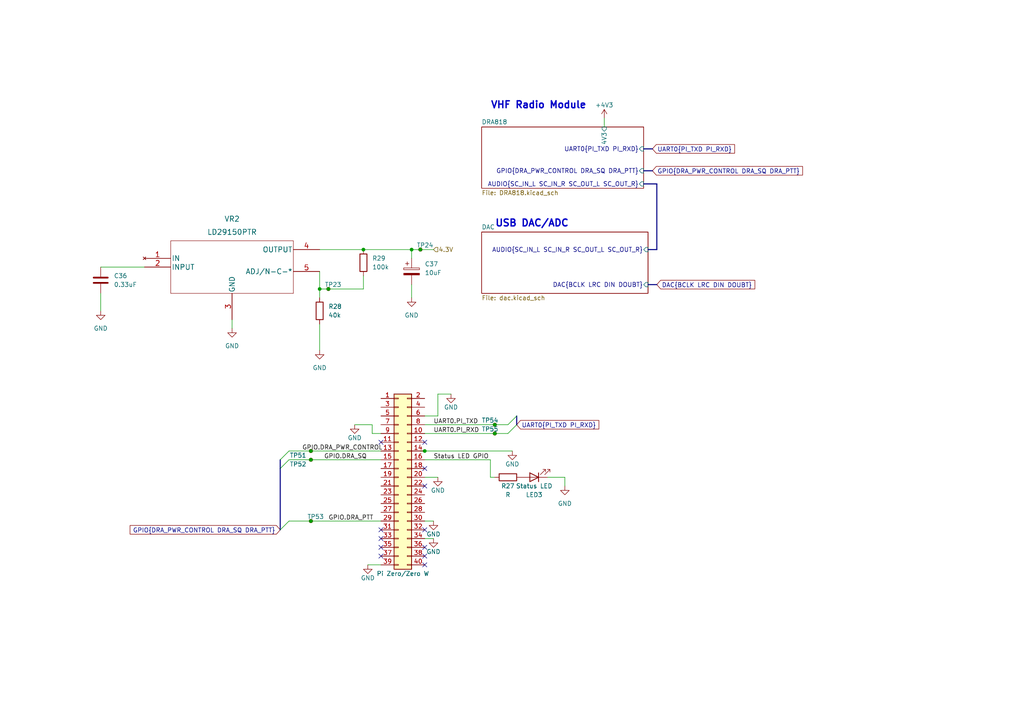
<source format=kicad_sch>
(kicad_sch (version 20211123) (generator eeschema)
  (paper "A4")
  (lib_symbols
    (symbol "Connector:TestPoint_Small" (pin_numbers hide) (pin_names (offset 0.762) hide)
      (property "Reference" "TP" (at 0 3.81 0))
      (property "Value" "TestPoint_Small" (at 0 2.032 0))
      (symbol "TestPoint_Small_0_1"
        (circle (center 0 0) (radius 0.508))
      )
      (symbol "TestPoint_Small_1_1"
        (pin passive line (at 0 0 90) (length 0) (name "1") (number "1"))
      )
    )
    (symbol "Connector_Generic:Conn_02x20_Odd_Even" (pin_names (offset 1.016) hide)
      (property "Reference" "J" (at 1.27 25.4 0))
      (property "Value" "Conn_02x20_Odd_Even" (at 1.27 -27.94 0))
      (symbol "Conn_02x20_Odd_Even_1_1"
        (rectangle (start -1.27 -25.273) (end 0 -25.527) (stroke (width 0.1524)))
        (rectangle (start -1.27 -22.733) (end 0 -22.987) (stroke (width 0.1524)))
        (rectangle (start -1.27 -20.193) (end 0 -20.447) (stroke (width 0.1524)))
        (rectangle (start -1.27 -17.653) (end 0 -17.907) (stroke (width 0.1524)))
        (rectangle (start -1.27 -15.113) (end 0 -15.367) (stroke (width 0.1524)))
        (rectangle (start -1.27 -12.573) (end 0 -12.827) (stroke (width 0.1524)))
        (rectangle (start -1.27 -10.033) (end 0 -10.287) (stroke (width 0.1524)))
        (rectangle (start -1.27 -7.493) (end 0 -7.747) (stroke (width 0.1524)))
        (rectangle (start -1.27 -4.953) (end 0 -5.207) (stroke (width 0.1524)))
        (rectangle (start -1.27 -2.413) (end 0 -2.667) (stroke (width 0.1524)))
        (rectangle (start -1.27 0.127) (end 0 -0.127) (stroke (width 0.1524)))
        (rectangle (start -1.27 2.667) (end 0 2.413) (stroke (width 0.1524)))
        (rectangle (start -1.27 5.207) (end 0 4.953) (stroke (width 0.1524)))
        (rectangle (start -1.27 7.747) (end 0 7.493) (stroke (width 0.1524)))
        (rectangle (start -1.27 10.287) (end 0 10.033) (stroke (width 0.1524)))
        (rectangle (start -1.27 12.827) (end 0 12.573) (stroke (width 0.1524)))
        (rectangle (start -1.27 15.367) (end 0 15.113) (stroke (width 0.1524)))
        (rectangle (start -1.27 17.907) (end 0 17.653) (stroke (width 0.1524)))
        (rectangle (start -1.27 20.447) (end 0 20.193) (stroke (width 0.1524)))
        (rectangle (start -1.27 22.987) (end 0 22.733) (stroke (width 0.1524)))
        (rectangle (start -1.27 24.13) (end 3.81 -26.67) (stroke (width 0.254)) (fill (type background)))
        (rectangle (start 3.81 -25.273) (end 2.54 -25.527) (stroke (width 0.1524)))
        (rectangle (start 3.81 -22.733) (end 2.54 -22.987) (stroke (width 0.1524)))
        (rectangle (start 3.81 -20.193) (end 2.54 -20.447) (stroke (width 0.1524)))
        (rectangle (start 3.81 -17.653) (end 2.54 -17.907) (stroke (width 0.1524)))
        (rectangle (start 3.81 -15.113) (end 2.54 -15.367) (stroke (width 0.1524)))
        (rectangle (start 3.81 -12.573) (end 2.54 -12.827) (stroke (width 0.1524)))
        (rectangle (start 3.81 -10.033) (end 2.54 -10.287) (stroke (width 0.1524)))
        (rectangle (start 3.81 -7.493) (end 2.54 -7.747) (stroke (width 0.1524)))
        (rectangle (start 3.81 -4.953) (end 2.54 -5.207) (stroke (width 0.1524)))
        (rectangle (start 3.81 -2.413) (end 2.54 -2.667) (stroke (width 0.1524)))
        (rectangle (start 3.81 0.127) (end 2.54 -0.127) (stroke (width 0.1524)))
        (rectangle (start 3.81 2.667) (end 2.54 2.413) (stroke (width 0.1524)))
        (rectangle (start 3.81 5.207) (end 2.54 4.953) (stroke (width 0.1524)))
        (rectangle (start 3.81 7.747) (end 2.54 7.493) (stroke (width 0.1524)))
        (rectangle (start 3.81 10.287) (end 2.54 10.033) (stroke (width 0.1524)))
        (rectangle (start 3.81 12.827) (end 2.54 12.573) (stroke (width 0.1524)))
        (rectangle (start 3.81 15.367) (end 2.54 15.113) (stroke (width 0.1524)))
        (rectangle (start 3.81 17.907) (end 2.54 17.653) (stroke (width 0.1524)))
        (rectangle (start 3.81 20.447) (end 2.54 20.193) (stroke (width 0.1524)))
        (rectangle (start 3.81 22.987) (end 2.54 22.733) (stroke (width 0.1524)))
        (pin passive line (at -5.08 22.86 0) (length 3.81) (name "Pin_1") (number "1"))
        (pin passive line (at 7.62 12.7 180) (length 3.81) (name "Pin_10") (number "10"))
        (pin passive line (at -5.08 10.16 0) (length 3.81) (name "Pin_11") (number "11"))
        (pin passive line (at 7.62 10.16 180) (length 3.81) (name "Pin_12") (number "12"))
        (pin passive line (at -5.08 7.62 0) (length 3.81) (name "Pin_13") (number "13"))
        (pin passive line (at 7.62 7.62 180) (length 3.81) (name "Pin_14") (number "14"))
        (pin passive line (at -5.08 5.08 0) (length 3.81) (name "Pin_15") (number "15"))
        (pin passive line (at 7.62 5.08 180) (length 3.81) (name "Pin_16") (number "16"))
        (pin passive line (at -5.08 2.54 0) (length 3.81) (name "Pin_17") (number "17"))
        (pin passive line (at 7.62 2.54 180) (length 3.81) (name "Pin_18") (number "18"))
        (pin passive line (at -5.08 0 0) (length 3.81) (name "Pin_19") (number "19"))
        (pin passive line (at 7.62 22.86 180) (length 3.81) (name "Pin_2") (number "2"))
        (pin passive line (at 7.62 0 180) (length 3.81) (name "Pin_20") (number "20"))
        (pin passive line (at -5.08 -2.54 0) (length 3.81) (name "Pin_21") (number "21"))
        (pin passive line (at 7.62 -2.54 180) (length 3.81) (name "Pin_22") (number "22"))
        (pin passive line (at -5.08 -5.08 0) (length 3.81) (name "Pin_23") (number "23"))
        (pin passive line (at 7.62 -5.08 180) (length 3.81) (name "Pin_24") (number "24"))
        (pin passive line (at -5.08 -7.62 0) (length 3.81) (name "Pin_25") (number "25"))
        (pin passive line (at 7.62 -7.62 180) (length 3.81) (name "Pin_26") (number "26"))
        (pin passive line (at -5.08 -10.16 0) (length 3.81) (name "Pin_27") (number "27"))
        (pin passive line (at 7.62 -10.16 180) (length 3.81) (name "Pin_28") (number "28"))
        (pin passive line (at -5.08 -12.7 0) (length 3.81) (name "Pin_29") (number "29"))
        (pin passive line (at -5.08 20.32 0) (length 3.81) (name "Pin_3") (number "3"))
        (pin passive line (at 7.62 -12.7 180) (length 3.81) (name "Pin_30") (number "30"))
        (pin passive line (at -5.08 -15.24 0) (length 3.81) (name "Pin_31") (number "31"))
        (pin passive line (at 7.62 -15.24 180) (length 3.81) (name "Pin_32") (number "32"))
        (pin passive line (at -5.08 -17.78 0) (length 3.81) (name "Pin_33") (number "33"))
        (pin passive line (at 7.62 -17.78 180) (length 3.81) (name "Pin_34") (number "34"))
        (pin passive line (at -5.08 -20.32 0) (length 3.81) (name "Pin_35") (number "35"))
        (pin passive line (at 7.62 -20.32 180) (length 3.81) (name "Pin_36") (number "36"))
        (pin passive line (at -5.08 -22.86 0) (length 3.81) (name "Pin_37") (number "37"))
        (pin passive line (at 7.62 -22.86 180) (length 3.81) (name "Pin_38") (number "38"))
        (pin passive line (at -5.08 -25.4 0) (length 3.81) (name "Pin_39") (number "39"))
        (pin passive line (at 7.62 20.32 180) (length 3.81) (name "Pin_4") (number "4"))
        (pin passive line (at 7.62 -25.4 180) (length 3.81) (name "Pin_40") (number "40"))
        (pin passive line (at -5.08 17.78 0) (length 3.81) (name "Pin_5") (number "5"))
        (pin passive line (at 7.62 17.78 180) (length 3.81) (name "Pin_6") (number "6"))
        (pin passive line (at -5.08 15.24 0) (length 3.81) (name "Pin_7") (number "7"))
        (pin passive line (at 7.62 15.24 180) (length 3.81) (name "Pin_8") (number "8"))
        (pin passive line (at -5.08 12.7 0) (length 3.81) (name "Pin_9") (number "9"))
      )
    )
    (symbol "Device:C" (pin_numbers hide) (pin_names (offset 0.254))
      (property "Reference" "C" (at 0.635 2.54 0))
      (property "Value" "C" (at 0.635 -2.54 0))
      (symbol "C_0_1"
        (polyline (pts (xy -2.032 -0.762) (xy 2.032 -0.762)) (stroke (width 0.508)))
        (polyline (pts (xy -2.032 0.762) (xy 2.032 0.762)) (stroke (width 0.508)))
      )
      (symbol "C_1_1"
        (pin passive line (at 0 3.81 270) (length 2.794) (name "~") (number "1"))
        (pin passive line (at 0 -3.81 90) (length 2.794) (name "~") (number "2"))
      )
    )
    (symbol "Device:C_Polarized" (pin_numbers hide) (pin_names (offset 0.254))
      (property "Reference" "C" (at 0.635 2.54 0))
      (property "Value" "C_Polarized" (at 0.635 -2.54 0))
      (symbol "C_Polarized_0_1"
        (rectangle (start -2.286 0.508) (end 2.286 1.016))
        (polyline (pts (xy -1.778 2.286) (xy -0.762 2.286)))
        (polyline (pts (xy -1.27 2.794) (xy -1.27 1.778)))
        (rectangle (start 2.286 -0.508) (end -2.286 -1.016) (fill (type outline)))
      )
      (symbol "C_Polarized_1_1"
        (pin passive line (at 0 3.81 270) (length 2.794) (name "~") (number "1"))
        (pin passive line (at 0 -3.81 90) (length 2.794) (name "~") (number "2"))
      )
    )
    (symbol "Device:LED" (pin_numbers hide) (pin_names (offset 1.016) hide)
      (property "Reference" "D" (at 0 2.54 0))
      (property "Value" "LED" (at 0 -2.54 0))
      (symbol "LED_0_1"
        (polyline (pts (xy -1.27 -1.27) (xy -1.27 1.27)) (stroke (width 0.254)))
        (polyline (pts (xy -1.27 0) (xy 1.27 0)))
        (polyline (pts (xy 1.27 -1.27) (xy 1.27 1.27) (xy -1.27 0) (xy 1.27 -1.27)) (stroke (width 0.254)))
        (polyline (pts (xy -3.048 -0.762) (xy -4.572 -2.286) (xy -3.81 -2.286) (xy -4.572 -2.286) (xy -4.572 -1.524)))
        (polyline (pts (xy -1.778 -0.762) (xy -3.302 -2.286) (xy -2.54 -2.286) (xy -3.302 -2.286) (xy -3.302 -1.524)))
      )
      (symbol "LED_1_1"
        (pin passive line (at -3.81 0 0) (length 2.54) (name "K") (number "1"))
        (pin passive line (at 3.81 0 180) (length 2.54) (name "A") (number "2"))
      )
    )
    (symbol "Device:R" (pin_numbers hide) (pin_names (offset 0))
      (property "Reference" "R" (at 2.032 0 90))
      (property "Value" "R" (at 0 0 90))
      (symbol "R_0_1"
        (rectangle (start -1.016 -2.54) (end 1.016 2.54) (stroke (width 0.254)))
      )
      (symbol "R_1_1"
        (pin passive line (at 0 3.81 270) (length 1.27) (name "~") (number "1"))
        (pin passive line (at 0 -3.81 90) (length 1.27) (name "~") (number "2"))
      )
    )
    (symbol "LDV VReg:LD29150PTR" (pin_names (offset 0.254))
      (property "Reference" "U5" (at 25.4 11.43 0))
      (property "Value" "LD29150PTR" (at 25.4 7.62 0))
      (symbol "LD29150PTR_1_1"
        (polyline (pts (xy 7.62 -10.16) (xy 43.18 -10.16)) (stroke (width 0.127)))
        (polyline (pts (xy 7.62 5.08) (xy 7.62 -10.16)) (stroke (width 0.127)))
        (polyline (pts (xy 43.18 -10.16) (xy 43.18 5.08)) (stroke (width 0.127)))
        (polyline (pts (xy 43.18 5.08) (xy 7.62 5.08)) (stroke (width 0.127)))
        (pin no_connect line (at 0 0 0) (length 7.62) (name "IN") (number "1"))
        (pin power_in line (at 0 -2.54 0) (length 7.62) (name "INPUT") (number "2"))
        (pin power_in line (at 25.4 -17.78 90) (length 7.62) (name "GND") (number "3"))
        (pin power_out line (at 50.8 2.54 180) (length 7.62) (name "OUTPUT") (number "4"))
        (pin input line (at 50.8 -3.81 180) (length 7.62) (name "ADJ/N-C-*") (number "5"))
      )
    )
    (symbol "MyParts:+4V3" (power) (pin_names (offset 0))
      (property "Value" "+4V3" (at 0 3.556 0))
      (symbol "+4V3_0_1"
        (polyline (pts (xy -0.762 1.27) (xy 0 2.54)))
        (polyline (pts (xy 0 0) (xy 0 2.54)))
        (polyline (pts (xy 0 2.54) (xy 0.762 1.27)))
      )
      (symbol "+4V3_1_1"
        (pin power_in line (at 0 0 90) (length 0) hide (name "+4V3") (number "1"))
      )
    )
    (symbol "power:GND" (power) (pin_names (offset 0))
      (property "Value" "GND" (at 0 -3.81 0))
      (symbol "GND_0_1"
        (polyline (pts (xy 0 0) (xy 0 -1.27) (xy 1.27 -1.27) (xy 0 -2.54) (xy -1.27 -1.27) (xy 0 -1.27)))
      )
      (symbol "GND_1_1"
        (pin power_in line (at 0 0 270) (length 0) hide (name "GND") (number "1"))
      )
    )
  )
  (junction (at 90.17 133.35))
  (junction (at 90.17 130.81))
  (junction (at 95.25 83.82))
  (junction (at 143.51 123.19))
  (junction (at 143.51 125.73))
  (junction (at 90.17 151.13))
  (junction (at 121.92 72.39))
  (junction (at 92.71 83.82))
  (junction (at 105.41 72.39))
  (junction (at 123.19 130.81))
  (junction (at 119.38 72.39))
  (no_connect (at 123.19 153.67))
  (no_connect (at 123.19 158.75))
  (no_connect (at 123.19 135.89))
  (no_connect (at 110.49 161.29))
  (no_connect (at 123.19 161.29))
  (no_connect (at 123.19 128.27))
  (no_connect (at 123.19 140.97))
  (no_connect (at 110.49 158.75))
  (no_connect (at 110.49 128.27))
  (no_connect (at 110.49 156.21))
  (no_connect (at 123.19 163.83))
  (no_connect (at 110.49 153.67))
  (bus_entry (at 147.32 123.19) (size 2.54 -2.54))
  (bus_entry (at 147.32 125.73) (size 2.54 -2.54))
  (bus_entry (at 83.82 151.13) (size -2.54 2.54))
  (bus_entry (at 83.82 133.35) (size -2.54 2.54))
  (bus_entry (at 83.82 130.81) (size -2.54 2.54))
  (wire (pts (xy 92.71 93.98) (xy 92.71 101.6)))
  (wire (pts (xy 107.95 125.73) (xy 107.95 123.19)))
  (bus (pts (xy 186.69 49.53) (xy 189.23 49.53)))
  (wire (pts (xy 107.95 123.19) (xy 102.87 123.19)))
  (wire (pts (xy 142.24 133.35) (xy 142.24 138.43)))
  (wire (pts (xy 119.38 72.39) (xy 119.38 74.93)))
  (wire (pts (xy 127 120.65) (xy 127 114.3)))
  (wire (pts (xy 123.19 123.19) (xy 143.51 123.19)))
  (wire (pts (xy 163.83 138.43) (xy 163.83 140.97)))
  (wire (pts (xy 95.25 83.82) (xy 105.41 83.82)))
  (wire (pts (xy 90.17 130.81) (xy 110.49 130.81)))
  (wire (pts (xy 123.19 133.35) (xy 142.24 133.35)))
  (bus (pts (xy 186.69 53.34) (xy 190.5 53.34)))
  (wire (pts (xy 105.41 80.01) (xy 105.41 83.82)))
  (wire (pts (xy 119.38 72.39) (xy 121.92 72.39)))
  (wire (pts (xy 123.19 125.73) (xy 143.51 125.73)))
  (wire (pts (xy 110.49 125.73) (xy 107.95 125.73)))
  (wire (pts (xy 105.41 72.39) (xy 119.38 72.39)))
  (wire (pts (xy 127 114.3) (xy 130.81 114.3)))
  (wire (pts (xy 175.26 34.29) (xy 175.26 36.83)))
  (bus (pts (xy 186.69 43.18) (xy 189.23 43.18)))
  (wire (pts (xy 143.51 123.19) (xy 147.32 123.19)))
  (wire (pts (xy 83.82 130.81) (xy 90.17 130.81)))
  (wire (pts (xy 83.82 151.13) (xy 90.17 151.13)))
  (bus (pts (xy 187.96 82.55) (xy 190.5 82.55)))
  (wire (pts (xy 92.71 72.39) (xy 105.41 72.39)))
  (wire (pts (xy 92.71 78.74) (xy 92.71 83.82)))
  (bus (pts (xy 190.5 72.39) (xy 190.5 53.34)))
  (wire (pts (xy 29.21 77.47) (xy 41.91 77.47)))
  (wire (pts (xy 123.19 130.81) (xy 148.59 130.81)))
  (wire (pts (xy 123.19 120.65) (xy 127 120.65)))
  (wire (pts (xy 92.71 83.82) (xy 92.71 86.36)))
  (wire (pts (xy 110.49 151.13) (xy 90.17 151.13)))
  (wire (pts (xy 67.31 92.71) (xy 67.31 95.25)))
  (wire (pts (xy 123.19 151.13) (xy 125.73 151.13)))
  (wire (pts (xy 123.19 156.21) (xy 125.73 156.21)))
  (bus (pts (xy 81.28 133.35) (xy 81.28 135.89)))
  (wire (pts (xy 121.92 130.81) (xy 123.19 130.81)))
  (bus (pts (xy 149.86 120.65) (xy 149.86 123.19)))
  (bus (pts (xy 187.96 72.39) (xy 190.5 72.39)))
  (wire (pts (xy 119.38 82.55) (xy 119.38 86.36)))
  (wire (pts (xy 29.21 85.09) (xy 29.21 90.17)))
  (wire (pts (xy 83.82 133.35) (xy 90.17 133.35)))
  (wire (pts (xy 143.51 125.73) (xy 147.32 125.73)))
  (wire (pts (xy 92.71 83.82) (xy 95.25 83.82)))
  (wire (pts (xy 106.68 163.83) (xy 110.49 163.83)))
  (wire (pts (xy 110.49 133.35) (xy 90.17 133.35)))
  (wire (pts (xy 142.24 138.43) (xy 143.51 138.43)))
  (wire (pts (xy 127 138.43) (xy 123.19 138.43)))
  (wire (pts (xy 121.92 72.39) (xy 125.73 72.39)))
  (wire (pts (xy 158.75 138.43) (xy 163.83 138.43)))
  (bus (pts (xy 81.28 135.89) (xy 81.28 153.67)))
  (text "VHF Radio Module" (at 142.24 31.75 0) (effects (font (size 2 2) (thickness 0.4) bold) (justify left bottom)))
  (text "USB DAC/ADC" (at 143.51 66.04 0) (effects (font (size 2 2) (thickness 0.4) bold) (justify left bottom)))
  (label "GPIO.DRA_PTT" (at 95.25 151.13 0))
  (label "UART0.PI_TXD" (at 125.73 123.19 0))
  (label "GPIO.DRA_SQ" (at 93.98 133.35 0))
  (label "GPIO.DRA_PWR_CONTROL" (at 87.63 130.81 0))
  (label "Status LED GPIO" (at 125.73 133.35 0))
  (label "UART0.PI_RXD" (at 125.73 125.73 0))
  (global_label "DAC{BCLK LRC DIN DOUBT}" (shape input) (at 190.5 82.55 0) (property "Intersheet References" "${INTERSHEET_REFS}" (effects hide)))
  (global_label "GPIO{DRA_PWR_CONTROL DRA_SQ DRA_PTT}" (shape input) (at 81.28 153.67 180) (property "Intersheet References" "${INTERSHEET_REFS}" (effects hide)))
  (global_label "UART0{PI_TXD PI_RXD}" (shape input) (at 149.86 123.19 0) (property "Intersheet References" "${INTERSHEET_REFS}" (effects hide)))
  (global_label "GPIO{DRA_PWR_CONTROL DRA_SQ DRA_PTT}" (shape input) (at 189.23 49.53 0) (property "Intersheet References" "${INTERSHEET_REFS}" (effects hide)))
  (global_label "UART0{PI_TXD PI_RXD}" (shape input) (at 189.23 43.18 0) (property "Intersheet References" "${INTERSHEET_REFS}" (effects hide)))
  (hierarchical_label "4.3V" (shape input) (at 125.73 72.39 0))
  (symbol (lib_id "power:GND") (at 67.31 95.25 0) (unit 1)
    (property "Reference" "#PWR0207" (effects hide))
    (property "Value" "GND" (at 67.31 100.33 0))
  )
  (symbol (lib_id "Connector_Generic:Conn_02x20_Odd_Even") (at 115.57 138.43 0) (unit 1)
    (property "Reference" "CPU3" (effects hide))
    (property "Value" "Pi Zero/Zero W" (at 109.22 166.37 0) (effects (justify left)))
    (property "Footprint" "Connector_PinSocket_2.54mm:PinSocket_2x20_P2.54mm_Vertical" (effects hide))
    (property "Digikey" "N/A" (effects hide))
    (property "Unit Price" "10.00" (effects hide))
  )
  (symbol (lib_id "Device:LED") (at 154.94 138.43 180) (unit 1)
    (property "Reference" "LED3" (at 154.94 143.51 0))
    (property "Value" "Status LED" (at 154.94 140.97 0))
    (property "Footprint" "LED_SMD:LED_0805_2012Metric" (effects hide))
  )
  (symbol (lib_id "power:GND") (at 127 138.43 0) (unit 1)
    (property "Reference" "#PWR0191" (effects hide))
    (property "Value" "GND" (at 127 142.24 0))
  )
  (symbol (lib_id "Connector:TestPoint_Small") (at 90.17 133.35 0) (mirror y) (unit 1)
    (property "Reference" "TP52" (at 88.9 134.62 0) (effects (justify left)))
    (property "Value" "Test Point" (effects hide))
    (property "Footprint" "TestPoint:TestPoint_Pad_D1.0mm" (effects hide))
  )
  (symbol (lib_id "Device:C_Polarized") (at 119.38 78.74 0) (unit 1)
    (property "Reference" "C37" (at 123.19 76.5809 0) (effects (justify left)))
    (property "Value" "10uF" (at 123.19 79.1209 0) (effects (justify left)))
    (property "Footprint" "Capacitor_SMD:C_0805_2012Metric_Pad1.18x1.45mm_HandSolder" (effects hide))
    (property "Digikey" "https://www.digikey.com/short/34fwn4jr" (effects hide))
    (property "Unit Price" "0.10" (effects hide))
  )
  (symbol (lib_id "Device:R") (at 147.32 138.43 90) (unit 1)
    (property "Reference" "R27" (at 147.32 140.97 90))
    (property "Value" "R" (at 147.32 143.51 90))
    (property "Footprint" "Resistor_SMD:R_0603_1608Metric_Pad0.98x0.95mm_HandSolder" (effects hide))
  )
  (symbol (lib_id "power:GND") (at 106.68 163.83 0) (unit 1)
    (property "Reference" "#PWR0190" (effects hide))
    (property "Value" "GND" (at 106.68 167.64 0))
  )
  (symbol (lib_id "Connector:TestPoint_Small") (at 143.51 123.19 0) (unit 1)
    (property "Reference" "TP54" (at 139.7 121.92 0) (effects (justify left)))
    (property "Value" "Test Point" (effects hide))
    (property "Footprint" "TestPoint:TestPoint_Pad_D1.0mm" (effects hide))
  )
  (symbol (lib_id "Connector:TestPoint_Small") (at 143.51 125.73 0) (unit 1)
    (property "Reference" "TP55" (at 139.7 124.46 0) (effects (justify left)))
    (property "Value" "Test Point" (effects hide))
    (property "Footprint" "TestPoint:TestPoint_Pad_D1.0mm" (effects hide))
  )
  (symbol (lib_id "Connector:TestPoint_Small") (at 90.17 130.81 0) (mirror y) (unit 1)
    (property "Reference" "TP51" (at 88.9 132.08 0) (effects (justify left)))
    (property "Value" "Test Point" (effects hide))
    (property "Footprint" "TestPoint:TestPoint_Pad_D1.0mm" (effects hide))
  )
  (symbol (lib_id "power:GND") (at 92.71 101.6 0) (unit 1)
    (property "Reference" "#PWR0208" (effects hide))
    (property "Value" "GND" (at 92.71 106.68 0))
  )
  (symbol (lib_id "power:GND") (at 130.81 114.3 0) (mirror y) (unit 1)
    (property "Reference" "#PWR0196" (effects hide))
    (property "Value" "GND" (at 130.81 118.11 0))
  )
  (symbol (lib_id "power:GND") (at 125.73 156.21 0) (unit 1)
    (property "Reference" "#PWR0188" (effects hide))
    (property "Value" "GND" (at 125.73 160.02 0))
  )
  (symbol (lib_id "power:GND") (at 102.87 123.19 0) (unit 1)
    (property "Reference" "#PWR0192" (effects hide))
    (property "Value" "GND" (at 102.87 127 0))
  )
  (symbol (lib_id "power:GND") (at 163.83 140.97 0) (unit 1)
    (property "Reference" "#PWR0195" (effects hide))
    (property "Value" "GND" (at 163.83 146.05 0))
  )
  (symbol (lib_id "Connector:TestPoint_Small") (at 90.17 151.13 0) (mirror y) (unit 1)
    (property "Reference" "TP53" (at 93.98 149.86 0) (effects (justify left)))
    (property "Value" "Test Point" (effects hide))
    (property "Footprint" "TestPoint:TestPoint_Pad_D1.0mm" (effects hide))
  )
  (symbol (lib_id "power:GND") (at 148.59 130.81 0) (unit 1)
    (property "Reference" "#PWR0193" (effects hide))
    (property "Value" "GND" (at 148.59 134.62 0))
  )
  (symbol (lib_id "Connector:TestPoint_Small") (at 95.25 83.82 0) (mirror y) (unit 1)
    (property "Reference" "TP23" (at 99.06 82.55 0) (effects (justify left)))
    (property "Value" "Test Point" (effects hide))
    (property "Footprint" "TestPoint:TestPoint_Pad_D1.0mm" (effects hide))
  )
  (symbol (lib_id "Device:R") (at 92.71 90.17 0) (unit 1)
    (property "Reference" "R28" (at 95.25 88.8999 0) (effects (justify left)))
    (property "Value" "40k" (at 95.25 91.4399 0) (effects (justify left)))
    (property "Footprint" "Resistor_SMD:R_0603_1608Metric_Pad0.98x0.95mm_HandSolder" (effects hide))
    (property "Unit Price" "0.63" (effects hide))
  )
  (symbol (lib_id "power:GND") (at 29.21 90.17 0) (unit 1)
    (property "Reference" "#PWR0206" (effects hide))
    (property "Value" "GND" (at 29.21 95.25 0))
  )
  (symbol (lib_id "Device:C") (at 29.21 81.28 0) (unit 1)
    (property "Reference" "C36" (at 33.02 80.0099 0) (effects (justify left)))
    (property "Value" "0.33uF" (at 33.02 82.5499 0) (effects (justify left)))
    (property "Footprint" "Capacitor_SMD:C_0603_1608Metric_Pad1.08x0.95mm_HandSolder" (effects hide))
    (property "Digikey" "https://www.digikey.com/short/t9fmbdmh" (effects hide))
    (property "Unit Price" "0.10" (effects hide))
  )
  (symbol (lib_id "LDV VReg:LD29150PTR") (at 41.91 74.93 0) (unit 1)
    (property "Reference" "VR2" (at 67.31 63.5 0) (effects (font (size 1.524 1.524))))
    (property "Value" "LD29150PTR" (at 67.31 67.31 0) (effects (font (size 1.524 1.524))))
    (property "Footprint" "footprints:LD29150PTR" (effects hide))
    (property "Digikey" "https://www.digikey.com/short/7htr34b5" (effects hide))
    (property "Unit Price" "1.89" (effects hide))
  )
  (symbol (lib_id "MyParts:+4V3") (at 175.26 34.29 0) (unit 1)
    (property "Reference" "#PWR0194" (effects hide))
    (property "Value" "+4V3" (at 175.26 30.48 0))
  )
  (symbol (lib_id "power:GND") (at 125.73 151.13 0) (unit 1)
    (property "Reference" "#PWR0189" (effects hide))
    (property "Value" "GND" (at 125.73 154.94 0))
  )
  (symbol (lib_id "Connector:TestPoint_Small") (at 121.92 72.39 0) (mirror y) (unit 1)
    (property "Reference" "TP24" (at 125.73 71.12 0) (effects (justify left)))
    (property "Value" "Test Point" (effects hide))
    (property "Footprint" "TestPoint:TestPoint_Pad_D1.0mm" (effects hide))
  )
  (symbol (lib_id "power:GND") (at 119.38 86.36 0) (unit 1)
    (property "Reference" "#PWR0209" (effects hide))
    (property "Value" "GND" (at 119.38 91.44 0))
  )
  (symbol (lib_id "Device:R") (at 105.41 76.2 0) (unit 1)
    (property "Reference" "R29" (at 107.95 74.9299 0) (effects (justify left)))
    (property "Value" "100k" (at 107.95 77.4699 0) (effects (justify left)))
    (property "Footprint" "Resistor_SMD:R_0603_1608Metric_Pad0.98x0.95mm_HandSolder" (effects hide))
    (property "Digikey" "https://www.digikey.com/short/48qdqqc9" (effects hide))
    (property "Unit Price" "0.10" (effects hide))
  )
  (sheet (at 139.7 36.83) (size 46.99 17.78) (stroke (width 0.1524))
    (property "Sheet name" "DRA818" (at 139.7 36.1184 0) (effects (justify left bottom)))
    (property "Sheet file" "DRA818.kicad_sch" (at 139.7 55.1946 0) (effects (justify left top)))
    (pin "UART0{PI_TXD PI_RXD}" input (at 186.69 43.18 0))
    (pin "GPIO{DRA_PWR_CONTROL DRA_SQ DRA_PTT}" input (at 186.69 49.53 0))
    (pin "4V3" input (at 175.26 36.83 90))
    (pin "AUDIO{SC_IN_L SC_IN_R SC_OUT_L SC_OUT_R}" input (at 186.69 53.34 0))
  )
  (sheet (at 139.7 67.31) (size 48.26 17.78) (stroke (width 0.1524))
    (property "Sheet name" "DAC" (at 139.7 66.5984 0) (effects (justify left bottom)))
    (property "Sheet file" "dac.kicad_sch" (at 139.7 85.6746 0) (effects (justify left top)))
    (pin "AUDIO{SC_IN_L SC_IN_R SC_OUT_L SC_OUT_R}" input (at 187.96 72.39 0))
    (pin "DAC{BCLK LRC DIN DOUBT}" input (at 187.96 82.55 0))
  )
)
</source>
